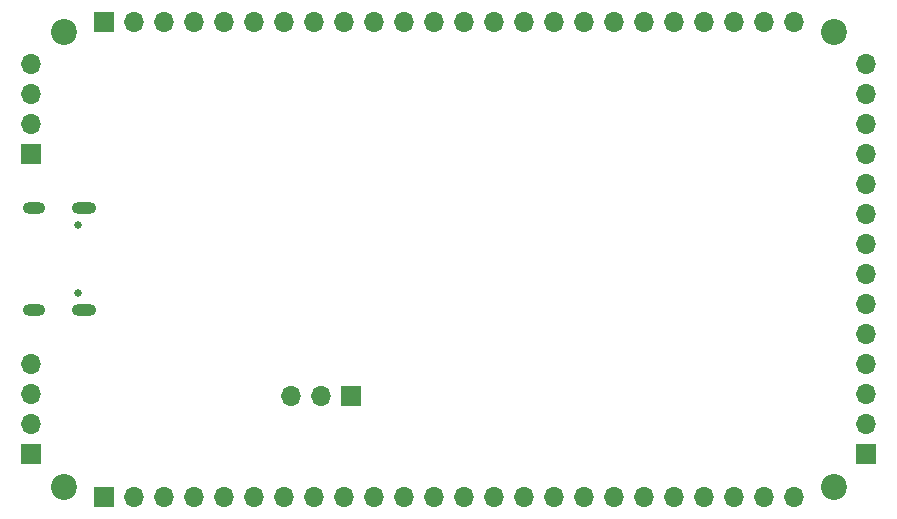
<source format=gbs>
%TF.GenerationSoftware,KiCad,Pcbnew,8.0.4*%
%TF.CreationDate,2024-09-01T16:40:05+08:00*%
%TF.ProjectId,UINIO-MCU-HC32F460KETA,55494e49-4f2d-44d4-9355-2d4843333246,Version 1.0.0*%
%TF.SameCoordinates,PX71f45d0PY4ce7800*%
%TF.FileFunction,Soldermask,Bot*%
%TF.FilePolarity,Negative*%
%FSLAX46Y46*%
G04 Gerber Fmt 4.6, Leading zero omitted, Abs format (unit mm)*
G04 Created by KiCad (PCBNEW 8.0.4) date 2024-09-01 16:40:05*
%MOMM*%
%LPD*%
G01*
G04 APERTURE LIST*
%ADD10C,2.200000*%
%ADD11R,1.700000X1.700000*%
%ADD12O,1.700000X1.700000*%
%ADD13C,0.650000*%
%ADD14O,2.100000X1.000000*%
%ADD15O,1.900000X1.000000*%
G04 APERTURE END LIST*
D10*
%TO.C,HOLE\u002A\u002A*%
X-880000Y-40710000D03*
%TD*%
%TO.C,HOLE\u002A\u002A*%
X-880000Y-2210000D03*
%TD*%
D11*
%TO.C,J4*%
X23390000Y-33060000D03*
D12*
X20850000Y-33060000D03*
X18310000Y-33060000D03*
%TD*%
D11*
%TO.C,J5*%
X-3650000Y-12560000D03*
D12*
X-3650000Y-10020000D03*
X-3650000Y-7480000D03*
X-3650000Y-4940000D03*
%TD*%
D13*
%TO.C,USB1*%
X289000Y-18570000D03*
X289000Y-24350000D03*
D14*
X789000Y-17135000D03*
X789000Y-25785000D03*
D15*
X-3411000Y-17135000D03*
X-3411000Y-25785000D03*
%TD*%
D11*
%TO.C,J3*%
X2490000Y-1360000D03*
D12*
X5030000Y-1360000D03*
X7570000Y-1360000D03*
X10110000Y-1360000D03*
X12650000Y-1360000D03*
X15190000Y-1360000D03*
X17730000Y-1360000D03*
X20270000Y-1360000D03*
X22810000Y-1360000D03*
X25350000Y-1360000D03*
X27890000Y-1360000D03*
X30430000Y-1360000D03*
X32970000Y-1360000D03*
X35510000Y-1360000D03*
X38050000Y-1360000D03*
X40590000Y-1360000D03*
X43130000Y-1360000D03*
X45670000Y-1360000D03*
X48210000Y-1360000D03*
X50750000Y-1360000D03*
X53290000Y-1360000D03*
X55830000Y-1360000D03*
X58370000Y-1360000D03*
X60910000Y-1360000D03*
%TD*%
D11*
%TO.C,J1*%
X67030000Y-37960000D03*
D12*
X67030000Y-35420000D03*
X67030000Y-32880000D03*
X67030000Y-30340000D03*
X67030000Y-27800000D03*
X67030000Y-25260000D03*
X67030000Y-22720000D03*
X67030000Y-20180000D03*
X67030000Y-17640000D03*
X67030000Y-15100000D03*
X67030000Y-12560000D03*
X67030000Y-10020000D03*
X67030000Y-7480000D03*
X67030000Y-4940000D03*
%TD*%
D10*
%TO.C,HOLE\u002A\u002A*%
X64280000Y-2210000D03*
%TD*%
D11*
%TO.C,J6*%
X-3650000Y-37960000D03*
D12*
X-3650000Y-35420000D03*
X-3650000Y-32880000D03*
X-3650000Y-30340000D03*
%TD*%
D11*
%TO.C,J2*%
X2490000Y-41560000D03*
D12*
X5030000Y-41560000D03*
X7570000Y-41560000D03*
X10110000Y-41560000D03*
X12650000Y-41560000D03*
X15190000Y-41560000D03*
X17730000Y-41560000D03*
X20270000Y-41560000D03*
X22810000Y-41560000D03*
X25350000Y-41560000D03*
X27890000Y-41560000D03*
X30430000Y-41560000D03*
X32970000Y-41560000D03*
X35510000Y-41560000D03*
X38050000Y-41560000D03*
X40590000Y-41560000D03*
X43130000Y-41560000D03*
X45670000Y-41560000D03*
X48210000Y-41560000D03*
X50750000Y-41560000D03*
X53290000Y-41560000D03*
X55830000Y-41560000D03*
X58370000Y-41560000D03*
X60910000Y-41560000D03*
%TD*%
D10*
%TO.C,HOLE\u002A\u002A*%
X64280000Y-40710000D03*
%TD*%
M02*

</source>
